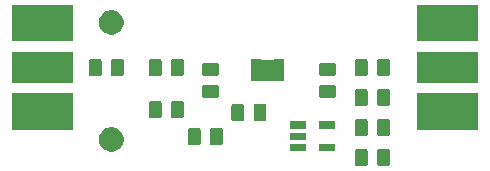
<source format=gts>
G04 #@! TF.GenerationSoftware,KiCad,Pcbnew,5.0.2-bee76a0~70~ubuntu16.04.1*
G04 #@! TF.CreationDate,2019-03-07T18:54:15-05:00*
G04 #@! TF.ProjectId,lna,6c6e612e-6b69-4636-9164-5f7063625858,rev?*
G04 #@! TF.SameCoordinates,Original*
G04 #@! TF.FileFunction,Soldermask,Top*
G04 #@! TF.FilePolarity,Negative*
%FSLAX46Y46*%
G04 Gerber Fmt 4.6, Leading zero omitted, Abs format (unit mm)*
G04 Created by KiCad (PCBNEW 5.0.2-bee76a0~70~ubuntu16.04.1) date Thu 07 Mar 2019 06:54:15 PM EST*
%MOMM*%
%LPD*%
G01*
G04 APERTURE LIST*
%ADD10C,0.100000*%
G04 APERTURE END LIST*
D10*
G36*
X102909466Y-81549565D02*
X102948137Y-81561296D01*
X102983779Y-81580348D01*
X103015017Y-81605983D01*
X103040652Y-81637221D01*
X103059704Y-81672863D01*
X103071435Y-81711534D01*
X103076000Y-81757888D01*
X103076000Y-82834112D01*
X103071435Y-82880466D01*
X103059704Y-82919137D01*
X103040652Y-82954779D01*
X103015017Y-82986017D01*
X102983779Y-83011652D01*
X102948137Y-83030704D01*
X102909466Y-83042435D01*
X102863112Y-83047000D01*
X102211888Y-83047000D01*
X102165534Y-83042435D01*
X102126863Y-83030704D01*
X102091221Y-83011652D01*
X102059983Y-82986017D01*
X102034348Y-82954779D01*
X102015296Y-82919137D01*
X102003565Y-82880466D01*
X101999000Y-82834112D01*
X101999000Y-81757888D01*
X102003565Y-81711534D01*
X102015296Y-81672863D01*
X102034348Y-81637221D01*
X102059983Y-81605983D01*
X102091221Y-81580348D01*
X102126863Y-81561296D01*
X102165534Y-81549565D01*
X102211888Y-81545000D01*
X102863112Y-81545000D01*
X102909466Y-81549565D01*
X102909466Y-81549565D01*
G37*
G36*
X101034466Y-81549565D02*
X101073137Y-81561296D01*
X101108779Y-81580348D01*
X101140017Y-81605983D01*
X101165652Y-81637221D01*
X101184704Y-81672863D01*
X101196435Y-81711534D01*
X101201000Y-81757888D01*
X101201000Y-82834112D01*
X101196435Y-82880466D01*
X101184704Y-82919137D01*
X101165652Y-82954779D01*
X101140017Y-82986017D01*
X101108779Y-83011652D01*
X101073137Y-83030704D01*
X101034466Y-83042435D01*
X100988112Y-83047000D01*
X100336888Y-83047000D01*
X100290534Y-83042435D01*
X100251863Y-83030704D01*
X100216221Y-83011652D01*
X100184983Y-82986017D01*
X100159348Y-82954779D01*
X100140296Y-82919137D01*
X100128565Y-82880466D01*
X100124000Y-82834112D01*
X100124000Y-81757888D01*
X100128565Y-81711534D01*
X100140296Y-81672863D01*
X100159348Y-81637221D01*
X100184983Y-81605983D01*
X100216221Y-81580348D01*
X100251863Y-81561296D01*
X100290534Y-81549565D01*
X100336888Y-81545000D01*
X100988112Y-81545000D01*
X101034466Y-81549565D01*
X101034466Y-81549565D01*
G37*
G36*
X79808414Y-79761879D02*
X79808416Y-79761880D01*
X79808417Y-79761880D01*
X79968004Y-79827983D01*
X79999594Y-79841068D01*
X80171651Y-79956033D01*
X80317967Y-80102349D01*
X80317969Y-80102352D01*
X80432932Y-80274406D01*
X80510480Y-80461623D01*
X80512121Y-80465586D01*
X80552490Y-80668534D01*
X80552490Y-80875466D01*
X80517320Y-81052278D01*
X80512120Y-81078417D01*
X80482744Y-81149337D01*
X80432932Y-81269594D01*
X80317967Y-81441651D01*
X80171651Y-81587967D01*
X80171648Y-81587969D01*
X79999594Y-81702932D01*
X79808417Y-81782120D01*
X79808416Y-81782120D01*
X79808414Y-81782121D01*
X79605466Y-81822490D01*
X79398534Y-81822490D01*
X79195586Y-81782121D01*
X79195584Y-81782120D01*
X79195583Y-81782120D01*
X79004406Y-81702932D01*
X78832352Y-81587969D01*
X78832349Y-81587967D01*
X78686033Y-81441651D01*
X78571068Y-81269594D01*
X78521256Y-81149337D01*
X78491880Y-81078417D01*
X78486681Y-81052278D01*
X78451510Y-80875466D01*
X78451510Y-80668534D01*
X78491879Y-80465586D01*
X78493521Y-80461623D01*
X78571068Y-80274406D01*
X78686031Y-80102352D01*
X78686033Y-80102349D01*
X78832349Y-79956033D01*
X79004406Y-79841068D01*
X79035996Y-79827983D01*
X79195583Y-79761880D01*
X79195584Y-79761880D01*
X79195586Y-79761879D01*
X79398534Y-79721510D01*
X79605466Y-79721510D01*
X79808414Y-79761879D01*
X79808414Y-79761879D01*
G37*
G36*
X98425200Y-81788200D02*
X97053200Y-81788200D01*
X97053200Y-81127400D01*
X98425200Y-81127400D01*
X98425200Y-81788200D01*
X98425200Y-81788200D01*
G37*
G36*
X95986800Y-81788200D02*
X94614800Y-81788200D01*
X94614800Y-81127400D01*
X95986800Y-81127400D01*
X95986800Y-81788200D01*
X95986800Y-81788200D01*
G37*
G36*
X86888966Y-79771565D02*
X86927637Y-79783296D01*
X86963279Y-79802348D01*
X86994517Y-79827983D01*
X87020152Y-79859221D01*
X87039204Y-79894863D01*
X87050935Y-79933534D01*
X87055500Y-79979888D01*
X87055500Y-81056112D01*
X87050935Y-81102466D01*
X87039204Y-81141137D01*
X87020152Y-81176779D01*
X86994517Y-81208017D01*
X86963279Y-81233652D01*
X86927637Y-81252704D01*
X86888966Y-81264435D01*
X86842612Y-81269000D01*
X86191388Y-81269000D01*
X86145034Y-81264435D01*
X86106363Y-81252704D01*
X86070721Y-81233652D01*
X86039483Y-81208017D01*
X86013848Y-81176779D01*
X85994796Y-81141137D01*
X85983065Y-81102466D01*
X85978500Y-81056112D01*
X85978500Y-79979888D01*
X85983065Y-79933534D01*
X85994796Y-79894863D01*
X86013848Y-79859221D01*
X86039483Y-79827983D01*
X86070721Y-79802348D01*
X86106363Y-79783296D01*
X86145034Y-79771565D01*
X86191388Y-79767000D01*
X86842612Y-79767000D01*
X86888966Y-79771565D01*
X86888966Y-79771565D01*
G37*
G36*
X88763966Y-79771565D02*
X88802637Y-79783296D01*
X88838279Y-79802348D01*
X88869517Y-79827983D01*
X88895152Y-79859221D01*
X88914204Y-79894863D01*
X88925935Y-79933534D01*
X88930500Y-79979888D01*
X88930500Y-81056112D01*
X88925935Y-81102466D01*
X88914204Y-81141137D01*
X88895152Y-81176779D01*
X88869517Y-81208017D01*
X88838279Y-81233652D01*
X88802637Y-81252704D01*
X88763966Y-81264435D01*
X88717612Y-81269000D01*
X88066388Y-81269000D01*
X88020034Y-81264435D01*
X87981363Y-81252704D01*
X87945721Y-81233652D01*
X87914483Y-81208017D01*
X87888848Y-81176779D01*
X87869796Y-81141137D01*
X87858065Y-81102466D01*
X87853500Y-81056112D01*
X87853500Y-79979888D01*
X87858065Y-79933534D01*
X87869796Y-79894863D01*
X87888848Y-79859221D01*
X87914483Y-79827983D01*
X87945721Y-79802348D01*
X87981363Y-79783296D01*
X88020034Y-79771565D01*
X88066388Y-79767000D01*
X88717612Y-79767000D01*
X88763966Y-79771565D01*
X88763966Y-79771565D01*
G37*
G36*
X95986800Y-80848400D02*
X94614800Y-80848400D01*
X94614800Y-80187600D01*
X95986800Y-80187600D01*
X95986800Y-80848400D01*
X95986800Y-80848400D01*
G37*
G36*
X101034466Y-79009565D02*
X101073137Y-79021296D01*
X101108779Y-79040348D01*
X101140017Y-79065983D01*
X101165652Y-79097221D01*
X101184704Y-79132863D01*
X101196435Y-79171534D01*
X101201000Y-79217888D01*
X101201000Y-80294112D01*
X101196435Y-80340466D01*
X101184704Y-80379137D01*
X101165652Y-80414779D01*
X101140017Y-80446017D01*
X101108779Y-80471652D01*
X101073137Y-80490704D01*
X101034466Y-80502435D01*
X100988112Y-80507000D01*
X100336888Y-80507000D01*
X100290534Y-80502435D01*
X100251863Y-80490704D01*
X100216221Y-80471652D01*
X100184983Y-80446017D01*
X100159348Y-80414779D01*
X100140296Y-80379137D01*
X100128565Y-80340466D01*
X100124000Y-80294112D01*
X100124000Y-79217888D01*
X100128565Y-79171534D01*
X100140296Y-79132863D01*
X100159348Y-79097221D01*
X100184983Y-79065983D01*
X100216221Y-79040348D01*
X100251863Y-79021296D01*
X100290534Y-79009565D01*
X100336888Y-79005000D01*
X100988112Y-79005000D01*
X101034466Y-79009565D01*
X101034466Y-79009565D01*
G37*
G36*
X102909466Y-79009565D02*
X102948137Y-79021296D01*
X102983779Y-79040348D01*
X103015017Y-79065983D01*
X103040652Y-79097221D01*
X103059704Y-79132863D01*
X103071435Y-79171534D01*
X103076000Y-79217888D01*
X103076000Y-80294112D01*
X103071435Y-80340466D01*
X103059704Y-80379137D01*
X103040652Y-80414779D01*
X103015017Y-80446017D01*
X102983779Y-80471652D01*
X102948137Y-80490704D01*
X102909466Y-80502435D01*
X102863112Y-80507000D01*
X102211888Y-80507000D01*
X102165534Y-80502435D01*
X102126863Y-80490704D01*
X102091221Y-80471652D01*
X102059983Y-80446017D01*
X102034348Y-80414779D01*
X102015296Y-80379137D01*
X102003565Y-80340466D01*
X101999000Y-80294112D01*
X101999000Y-79217888D01*
X102003565Y-79171534D01*
X102015296Y-79132863D01*
X102034348Y-79097221D01*
X102059983Y-79065983D01*
X102091221Y-79040348D01*
X102126863Y-79021296D01*
X102165534Y-79009565D01*
X102211888Y-79005000D01*
X102863112Y-79005000D01*
X102909466Y-79009565D01*
X102909466Y-79009565D01*
G37*
G36*
X76211000Y-79977000D02*
X71109000Y-79977000D01*
X71109000Y-76875000D01*
X76211000Y-76875000D01*
X76211000Y-79977000D01*
X76211000Y-79977000D01*
G37*
G36*
X110501000Y-79977000D02*
X105399000Y-79977000D01*
X105399000Y-76875000D01*
X110501000Y-76875000D01*
X110501000Y-79977000D01*
X110501000Y-79977000D01*
G37*
G36*
X98425200Y-79908600D02*
X97053200Y-79908600D01*
X97053200Y-79247800D01*
X98425200Y-79247800D01*
X98425200Y-79908600D01*
X98425200Y-79908600D01*
G37*
G36*
X95986800Y-79908600D02*
X94614800Y-79908600D01*
X94614800Y-79247800D01*
X95986800Y-79247800D01*
X95986800Y-79908600D01*
X95986800Y-79908600D01*
G37*
G36*
X92446966Y-77739565D02*
X92485637Y-77751296D01*
X92521279Y-77770348D01*
X92552517Y-77795983D01*
X92578152Y-77827221D01*
X92597204Y-77862863D01*
X92608935Y-77901534D01*
X92613500Y-77947888D01*
X92613500Y-79024112D01*
X92608935Y-79070466D01*
X92597204Y-79109137D01*
X92578152Y-79144779D01*
X92552517Y-79176017D01*
X92521279Y-79201652D01*
X92485637Y-79220704D01*
X92446966Y-79232435D01*
X92400612Y-79237000D01*
X91749388Y-79237000D01*
X91703034Y-79232435D01*
X91664363Y-79220704D01*
X91628721Y-79201652D01*
X91597483Y-79176017D01*
X91571848Y-79144779D01*
X91552796Y-79109137D01*
X91541065Y-79070466D01*
X91536500Y-79024112D01*
X91536500Y-77947888D01*
X91541065Y-77901534D01*
X91552796Y-77862863D01*
X91571848Y-77827221D01*
X91597483Y-77795983D01*
X91628721Y-77770348D01*
X91664363Y-77751296D01*
X91703034Y-77739565D01*
X91749388Y-77735000D01*
X92400612Y-77735000D01*
X92446966Y-77739565D01*
X92446966Y-77739565D01*
G37*
G36*
X90571966Y-77739565D02*
X90610637Y-77751296D01*
X90646279Y-77770348D01*
X90677517Y-77795983D01*
X90703152Y-77827221D01*
X90722204Y-77862863D01*
X90733935Y-77901534D01*
X90738500Y-77947888D01*
X90738500Y-79024112D01*
X90733935Y-79070466D01*
X90722204Y-79109137D01*
X90703152Y-79144779D01*
X90677517Y-79176017D01*
X90646279Y-79201652D01*
X90610637Y-79220704D01*
X90571966Y-79232435D01*
X90525612Y-79237000D01*
X89874388Y-79237000D01*
X89828034Y-79232435D01*
X89789363Y-79220704D01*
X89753721Y-79201652D01*
X89722483Y-79176017D01*
X89696848Y-79144779D01*
X89677796Y-79109137D01*
X89666065Y-79070466D01*
X89661500Y-79024112D01*
X89661500Y-77947888D01*
X89666065Y-77901534D01*
X89677796Y-77862863D01*
X89696848Y-77827221D01*
X89722483Y-77795983D01*
X89753721Y-77770348D01*
X89789363Y-77751296D01*
X89828034Y-77739565D01*
X89874388Y-77735000D01*
X90525612Y-77735000D01*
X90571966Y-77739565D01*
X90571966Y-77739565D01*
G37*
G36*
X85461966Y-77485565D02*
X85500637Y-77497296D01*
X85536279Y-77516348D01*
X85567517Y-77541983D01*
X85593152Y-77573221D01*
X85612204Y-77608863D01*
X85623935Y-77647534D01*
X85628500Y-77693888D01*
X85628500Y-78770112D01*
X85623935Y-78816466D01*
X85612204Y-78855137D01*
X85593152Y-78890779D01*
X85567517Y-78922017D01*
X85536279Y-78947652D01*
X85500637Y-78966704D01*
X85461966Y-78978435D01*
X85415612Y-78983000D01*
X84764388Y-78983000D01*
X84718034Y-78978435D01*
X84679363Y-78966704D01*
X84643721Y-78947652D01*
X84612483Y-78922017D01*
X84586848Y-78890779D01*
X84567796Y-78855137D01*
X84556065Y-78816466D01*
X84551500Y-78770112D01*
X84551500Y-77693888D01*
X84556065Y-77647534D01*
X84567796Y-77608863D01*
X84586848Y-77573221D01*
X84612483Y-77541983D01*
X84643721Y-77516348D01*
X84679363Y-77497296D01*
X84718034Y-77485565D01*
X84764388Y-77481000D01*
X85415612Y-77481000D01*
X85461966Y-77485565D01*
X85461966Y-77485565D01*
G37*
G36*
X83586966Y-77485565D02*
X83625637Y-77497296D01*
X83661279Y-77516348D01*
X83692517Y-77541983D01*
X83718152Y-77573221D01*
X83737204Y-77608863D01*
X83748935Y-77647534D01*
X83753500Y-77693888D01*
X83753500Y-78770112D01*
X83748935Y-78816466D01*
X83737204Y-78855137D01*
X83718152Y-78890779D01*
X83692517Y-78922017D01*
X83661279Y-78947652D01*
X83625637Y-78966704D01*
X83586966Y-78978435D01*
X83540612Y-78983000D01*
X82889388Y-78983000D01*
X82843034Y-78978435D01*
X82804363Y-78966704D01*
X82768721Y-78947652D01*
X82737483Y-78922017D01*
X82711848Y-78890779D01*
X82692796Y-78855137D01*
X82681065Y-78816466D01*
X82676500Y-78770112D01*
X82676500Y-77693888D01*
X82681065Y-77647534D01*
X82692796Y-77608863D01*
X82711848Y-77573221D01*
X82737483Y-77541983D01*
X82768721Y-77516348D01*
X82804363Y-77497296D01*
X82843034Y-77485565D01*
X82889388Y-77481000D01*
X83540612Y-77481000D01*
X83586966Y-77485565D01*
X83586966Y-77485565D01*
G37*
G36*
X102909466Y-76469565D02*
X102948137Y-76481296D01*
X102983779Y-76500348D01*
X103015017Y-76525983D01*
X103040652Y-76557221D01*
X103059704Y-76592863D01*
X103071435Y-76631534D01*
X103076000Y-76677888D01*
X103076000Y-77754112D01*
X103071435Y-77800466D01*
X103059704Y-77839137D01*
X103040652Y-77874779D01*
X103015017Y-77906017D01*
X102983779Y-77931652D01*
X102948137Y-77950704D01*
X102909466Y-77962435D01*
X102863112Y-77967000D01*
X102211888Y-77967000D01*
X102165534Y-77962435D01*
X102126863Y-77950704D01*
X102091221Y-77931652D01*
X102059983Y-77906017D01*
X102034348Y-77874779D01*
X102015296Y-77839137D01*
X102003565Y-77800466D01*
X101999000Y-77754112D01*
X101999000Y-76677888D01*
X102003565Y-76631534D01*
X102015296Y-76592863D01*
X102034348Y-76557221D01*
X102059983Y-76525983D01*
X102091221Y-76500348D01*
X102126863Y-76481296D01*
X102165534Y-76469565D01*
X102211888Y-76465000D01*
X102863112Y-76465000D01*
X102909466Y-76469565D01*
X102909466Y-76469565D01*
G37*
G36*
X101034466Y-76469565D02*
X101073137Y-76481296D01*
X101108779Y-76500348D01*
X101140017Y-76525983D01*
X101165652Y-76557221D01*
X101184704Y-76592863D01*
X101196435Y-76631534D01*
X101201000Y-76677888D01*
X101201000Y-77754112D01*
X101196435Y-77800466D01*
X101184704Y-77839137D01*
X101165652Y-77874779D01*
X101140017Y-77906017D01*
X101108779Y-77931652D01*
X101073137Y-77950704D01*
X101034466Y-77962435D01*
X100988112Y-77967000D01*
X100336888Y-77967000D01*
X100290534Y-77962435D01*
X100251863Y-77950704D01*
X100216221Y-77931652D01*
X100184983Y-77906017D01*
X100159348Y-77874779D01*
X100140296Y-77839137D01*
X100128565Y-77800466D01*
X100124000Y-77754112D01*
X100124000Y-76677888D01*
X100128565Y-76631534D01*
X100140296Y-76592863D01*
X100159348Y-76557221D01*
X100184983Y-76525983D01*
X100216221Y-76500348D01*
X100251863Y-76481296D01*
X100290534Y-76469565D01*
X100336888Y-76465000D01*
X100988112Y-76465000D01*
X101034466Y-76469565D01*
X101034466Y-76469565D01*
G37*
G36*
X88468466Y-76174065D02*
X88507137Y-76185796D01*
X88542779Y-76204848D01*
X88574017Y-76230483D01*
X88599652Y-76261721D01*
X88618704Y-76297363D01*
X88630435Y-76336034D01*
X88635000Y-76382388D01*
X88635000Y-77033612D01*
X88630435Y-77079966D01*
X88618704Y-77118637D01*
X88599652Y-77154279D01*
X88574017Y-77185517D01*
X88542779Y-77211152D01*
X88507137Y-77230204D01*
X88468466Y-77241935D01*
X88422112Y-77246500D01*
X87345888Y-77246500D01*
X87299534Y-77241935D01*
X87260863Y-77230204D01*
X87225221Y-77211152D01*
X87193983Y-77185517D01*
X87168348Y-77154279D01*
X87149296Y-77118637D01*
X87137565Y-77079966D01*
X87133000Y-77033612D01*
X87133000Y-76382388D01*
X87137565Y-76336034D01*
X87149296Y-76297363D01*
X87168348Y-76261721D01*
X87193983Y-76230483D01*
X87225221Y-76204848D01*
X87260863Y-76185796D01*
X87299534Y-76174065D01*
X87345888Y-76169500D01*
X88422112Y-76169500D01*
X88468466Y-76174065D01*
X88468466Y-76174065D01*
G37*
G36*
X98374466Y-76174065D02*
X98413137Y-76185796D01*
X98448779Y-76204848D01*
X98480017Y-76230483D01*
X98505652Y-76261721D01*
X98524704Y-76297363D01*
X98536435Y-76336034D01*
X98541000Y-76382388D01*
X98541000Y-77033612D01*
X98536435Y-77079966D01*
X98524704Y-77118637D01*
X98505652Y-77154279D01*
X98480017Y-77185517D01*
X98448779Y-77211152D01*
X98413137Y-77230204D01*
X98374466Y-77241935D01*
X98328112Y-77246500D01*
X97251888Y-77246500D01*
X97205534Y-77241935D01*
X97166863Y-77230204D01*
X97131221Y-77211152D01*
X97099983Y-77185517D01*
X97074348Y-77154279D01*
X97055296Y-77118637D01*
X97043565Y-77079966D01*
X97039000Y-77033612D01*
X97039000Y-76382388D01*
X97043565Y-76336034D01*
X97055296Y-76297363D01*
X97074348Y-76261721D01*
X97099983Y-76230483D01*
X97131221Y-76204848D01*
X97166863Y-76185796D01*
X97205534Y-76174065D01*
X97251888Y-76169500D01*
X98328112Y-76169500D01*
X98374466Y-76174065D01*
X98374466Y-76174065D01*
G37*
G36*
X76211000Y-75977000D02*
X71109000Y-75977000D01*
X71109000Y-73375000D01*
X76211000Y-73375000D01*
X76211000Y-75977000D01*
X76211000Y-75977000D01*
G37*
G36*
X110501000Y-75977000D02*
X105399000Y-75977000D01*
X105399000Y-73375000D01*
X110501000Y-73375000D01*
X110501000Y-75977000D01*
X110501000Y-75977000D01*
G37*
G36*
X92166554Y-74007934D02*
X92188165Y-74019485D01*
X92211614Y-74026598D01*
X92236000Y-74029000D01*
X93184000Y-74029000D01*
X93208386Y-74026598D01*
X93231835Y-74019485D01*
X93253446Y-74007934D01*
X93264332Y-73999000D01*
X94121000Y-73999000D01*
X94121000Y-75861000D01*
X93264332Y-75861000D01*
X93253446Y-75852066D01*
X93231835Y-75840515D01*
X93208386Y-75833402D01*
X93184000Y-75831000D01*
X92236000Y-75831000D01*
X92211614Y-75833402D01*
X92188165Y-75840515D01*
X92166554Y-75852066D01*
X92155668Y-75861000D01*
X91299000Y-75861000D01*
X91299000Y-73999000D01*
X92155668Y-73999000D01*
X92166554Y-74007934D01*
X92166554Y-74007934D01*
G37*
G36*
X85461966Y-73929565D02*
X85500637Y-73941296D01*
X85536279Y-73960348D01*
X85567517Y-73985983D01*
X85593152Y-74017221D01*
X85612204Y-74052863D01*
X85623935Y-74091534D01*
X85628500Y-74137888D01*
X85628500Y-75214112D01*
X85623935Y-75260466D01*
X85612204Y-75299137D01*
X85593152Y-75334779D01*
X85567517Y-75366017D01*
X85536279Y-75391652D01*
X85500637Y-75410704D01*
X85461966Y-75422435D01*
X85415612Y-75427000D01*
X84764388Y-75427000D01*
X84718034Y-75422435D01*
X84679363Y-75410704D01*
X84643721Y-75391652D01*
X84612483Y-75366017D01*
X84586848Y-75334779D01*
X84567796Y-75299137D01*
X84556065Y-75260466D01*
X84551500Y-75214112D01*
X84551500Y-74137888D01*
X84556065Y-74091534D01*
X84567796Y-74052863D01*
X84586848Y-74017221D01*
X84612483Y-73985983D01*
X84643721Y-73960348D01*
X84679363Y-73941296D01*
X84718034Y-73929565D01*
X84764388Y-73925000D01*
X85415612Y-73925000D01*
X85461966Y-73929565D01*
X85461966Y-73929565D01*
G37*
G36*
X102909466Y-73929565D02*
X102948137Y-73941296D01*
X102983779Y-73960348D01*
X103015017Y-73985983D01*
X103040652Y-74017221D01*
X103059704Y-74052863D01*
X103071435Y-74091534D01*
X103076000Y-74137888D01*
X103076000Y-75214112D01*
X103071435Y-75260466D01*
X103059704Y-75299137D01*
X103040652Y-75334779D01*
X103015017Y-75366017D01*
X102983779Y-75391652D01*
X102948137Y-75410704D01*
X102909466Y-75422435D01*
X102863112Y-75427000D01*
X102211888Y-75427000D01*
X102165534Y-75422435D01*
X102126863Y-75410704D01*
X102091221Y-75391652D01*
X102059983Y-75366017D01*
X102034348Y-75334779D01*
X102015296Y-75299137D01*
X102003565Y-75260466D01*
X101999000Y-75214112D01*
X101999000Y-74137888D01*
X102003565Y-74091534D01*
X102015296Y-74052863D01*
X102034348Y-74017221D01*
X102059983Y-73985983D01*
X102091221Y-73960348D01*
X102126863Y-73941296D01*
X102165534Y-73929565D01*
X102211888Y-73925000D01*
X102863112Y-73925000D01*
X102909466Y-73929565D01*
X102909466Y-73929565D01*
G37*
G36*
X101034466Y-73929565D02*
X101073137Y-73941296D01*
X101108779Y-73960348D01*
X101140017Y-73985983D01*
X101165652Y-74017221D01*
X101184704Y-74052863D01*
X101196435Y-74091534D01*
X101201000Y-74137888D01*
X101201000Y-75214112D01*
X101196435Y-75260466D01*
X101184704Y-75299137D01*
X101165652Y-75334779D01*
X101140017Y-75366017D01*
X101108779Y-75391652D01*
X101073137Y-75410704D01*
X101034466Y-75422435D01*
X100988112Y-75427000D01*
X100336888Y-75427000D01*
X100290534Y-75422435D01*
X100251863Y-75410704D01*
X100216221Y-75391652D01*
X100184983Y-75366017D01*
X100159348Y-75334779D01*
X100140296Y-75299137D01*
X100128565Y-75260466D01*
X100124000Y-75214112D01*
X100124000Y-74137888D01*
X100128565Y-74091534D01*
X100140296Y-74052863D01*
X100159348Y-74017221D01*
X100184983Y-73985983D01*
X100216221Y-73960348D01*
X100251863Y-73941296D01*
X100290534Y-73929565D01*
X100336888Y-73925000D01*
X100988112Y-73925000D01*
X101034466Y-73929565D01*
X101034466Y-73929565D01*
G37*
G36*
X83586966Y-73929565D02*
X83625637Y-73941296D01*
X83661279Y-73960348D01*
X83692517Y-73985983D01*
X83718152Y-74017221D01*
X83737204Y-74052863D01*
X83748935Y-74091534D01*
X83753500Y-74137888D01*
X83753500Y-75214112D01*
X83748935Y-75260466D01*
X83737204Y-75299137D01*
X83718152Y-75334779D01*
X83692517Y-75366017D01*
X83661279Y-75391652D01*
X83625637Y-75410704D01*
X83586966Y-75422435D01*
X83540612Y-75427000D01*
X82889388Y-75427000D01*
X82843034Y-75422435D01*
X82804363Y-75410704D01*
X82768721Y-75391652D01*
X82737483Y-75366017D01*
X82711848Y-75334779D01*
X82692796Y-75299137D01*
X82681065Y-75260466D01*
X82676500Y-75214112D01*
X82676500Y-74137888D01*
X82681065Y-74091534D01*
X82692796Y-74052863D01*
X82711848Y-74017221D01*
X82737483Y-73985983D01*
X82768721Y-73960348D01*
X82804363Y-73941296D01*
X82843034Y-73929565D01*
X82889388Y-73925000D01*
X83540612Y-73925000D01*
X83586966Y-73929565D01*
X83586966Y-73929565D01*
G37*
G36*
X78506966Y-73929565D02*
X78545637Y-73941296D01*
X78581279Y-73960348D01*
X78612517Y-73985983D01*
X78638152Y-74017221D01*
X78657204Y-74052863D01*
X78668935Y-74091534D01*
X78673500Y-74137888D01*
X78673500Y-75214112D01*
X78668935Y-75260466D01*
X78657204Y-75299137D01*
X78638152Y-75334779D01*
X78612517Y-75366017D01*
X78581279Y-75391652D01*
X78545637Y-75410704D01*
X78506966Y-75422435D01*
X78460612Y-75427000D01*
X77809388Y-75427000D01*
X77763034Y-75422435D01*
X77724363Y-75410704D01*
X77688721Y-75391652D01*
X77657483Y-75366017D01*
X77631848Y-75334779D01*
X77612796Y-75299137D01*
X77601065Y-75260466D01*
X77596500Y-75214112D01*
X77596500Y-74137888D01*
X77601065Y-74091534D01*
X77612796Y-74052863D01*
X77631848Y-74017221D01*
X77657483Y-73985983D01*
X77688721Y-73960348D01*
X77724363Y-73941296D01*
X77763034Y-73929565D01*
X77809388Y-73925000D01*
X78460612Y-73925000D01*
X78506966Y-73929565D01*
X78506966Y-73929565D01*
G37*
G36*
X80381966Y-73929565D02*
X80420637Y-73941296D01*
X80456279Y-73960348D01*
X80487517Y-73985983D01*
X80513152Y-74017221D01*
X80532204Y-74052863D01*
X80543935Y-74091534D01*
X80548500Y-74137888D01*
X80548500Y-75214112D01*
X80543935Y-75260466D01*
X80532204Y-75299137D01*
X80513152Y-75334779D01*
X80487517Y-75366017D01*
X80456279Y-75391652D01*
X80420637Y-75410704D01*
X80381966Y-75422435D01*
X80335612Y-75427000D01*
X79684388Y-75427000D01*
X79638034Y-75422435D01*
X79599363Y-75410704D01*
X79563721Y-75391652D01*
X79532483Y-75366017D01*
X79506848Y-75334779D01*
X79487796Y-75299137D01*
X79476065Y-75260466D01*
X79471500Y-75214112D01*
X79471500Y-74137888D01*
X79476065Y-74091534D01*
X79487796Y-74052863D01*
X79506848Y-74017221D01*
X79532483Y-73985983D01*
X79563721Y-73960348D01*
X79599363Y-73941296D01*
X79638034Y-73929565D01*
X79684388Y-73925000D01*
X80335612Y-73925000D01*
X80381966Y-73929565D01*
X80381966Y-73929565D01*
G37*
G36*
X88468466Y-74299065D02*
X88507137Y-74310796D01*
X88542779Y-74329848D01*
X88574017Y-74355483D01*
X88599652Y-74386721D01*
X88618704Y-74422363D01*
X88630435Y-74461034D01*
X88635000Y-74507388D01*
X88635000Y-75158612D01*
X88630435Y-75204966D01*
X88618704Y-75243637D01*
X88599652Y-75279279D01*
X88574017Y-75310517D01*
X88542779Y-75336152D01*
X88507137Y-75355204D01*
X88468466Y-75366935D01*
X88422112Y-75371500D01*
X87345888Y-75371500D01*
X87299534Y-75366935D01*
X87260863Y-75355204D01*
X87225221Y-75336152D01*
X87193983Y-75310517D01*
X87168348Y-75279279D01*
X87149296Y-75243637D01*
X87137565Y-75204966D01*
X87133000Y-75158612D01*
X87133000Y-74507388D01*
X87137565Y-74461034D01*
X87149296Y-74422363D01*
X87168348Y-74386721D01*
X87193983Y-74355483D01*
X87225221Y-74329848D01*
X87260863Y-74310796D01*
X87299534Y-74299065D01*
X87345888Y-74294500D01*
X88422112Y-74294500D01*
X88468466Y-74299065D01*
X88468466Y-74299065D01*
G37*
G36*
X98374466Y-74299065D02*
X98413137Y-74310796D01*
X98448779Y-74329848D01*
X98480017Y-74355483D01*
X98505652Y-74386721D01*
X98524704Y-74422363D01*
X98536435Y-74461034D01*
X98541000Y-74507388D01*
X98541000Y-75158612D01*
X98536435Y-75204966D01*
X98524704Y-75243637D01*
X98505652Y-75279279D01*
X98480017Y-75310517D01*
X98448779Y-75336152D01*
X98413137Y-75355204D01*
X98374466Y-75366935D01*
X98328112Y-75371500D01*
X97251888Y-75371500D01*
X97205534Y-75366935D01*
X97166863Y-75355204D01*
X97131221Y-75336152D01*
X97099983Y-75310517D01*
X97074348Y-75279279D01*
X97055296Y-75243637D01*
X97043565Y-75204966D01*
X97039000Y-75158612D01*
X97039000Y-74507388D01*
X97043565Y-74461034D01*
X97055296Y-74422363D01*
X97074348Y-74386721D01*
X97099983Y-74355483D01*
X97131221Y-74329848D01*
X97166863Y-74310796D01*
X97205534Y-74299065D01*
X97251888Y-74294500D01*
X98328112Y-74294500D01*
X98374466Y-74299065D01*
X98374466Y-74299065D01*
G37*
G36*
X110501000Y-72477000D02*
X105399000Y-72477000D01*
X105399000Y-69375000D01*
X110501000Y-69375000D01*
X110501000Y-72477000D01*
X110501000Y-72477000D01*
G37*
G36*
X76211000Y-72477000D02*
X71109000Y-72477000D01*
X71109000Y-69375000D01*
X76211000Y-69375000D01*
X76211000Y-72477000D01*
X76211000Y-72477000D01*
G37*
G36*
X79808414Y-69855879D02*
X79808416Y-69855880D01*
X79808417Y-69855880D01*
X79999594Y-69935068D01*
X80171651Y-70050033D01*
X80317967Y-70196349D01*
X80432932Y-70368406D01*
X80512121Y-70559586D01*
X80552490Y-70762534D01*
X80552490Y-70969466D01*
X80512121Y-71172414D01*
X80432932Y-71363594D01*
X80317967Y-71535651D01*
X80171651Y-71681967D01*
X80171648Y-71681969D01*
X79999594Y-71796932D01*
X79808417Y-71876120D01*
X79808416Y-71876120D01*
X79808414Y-71876121D01*
X79605466Y-71916490D01*
X79398534Y-71916490D01*
X79195586Y-71876121D01*
X79195584Y-71876120D01*
X79195583Y-71876120D01*
X79004406Y-71796932D01*
X78832352Y-71681969D01*
X78832349Y-71681967D01*
X78686033Y-71535651D01*
X78571068Y-71363594D01*
X78491879Y-71172414D01*
X78451510Y-70969466D01*
X78451510Y-70762534D01*
X78491879Y-70559586D01*
X78571068Y-70368406D01*
X78686033Y-70196349D01*
X78832349Y-70050033D01*
X79004406Y-69935068D01*
X79195583Y-69855880D01*
X79195584Y-69855880D01*
X79195586Y-69855879D01*
X79398534Y-69815510D01*
X79605466Y-69815510D01*
X79808414Y-69855879D01*
X79808414Y-69855879D01*
G37*
M02*

</source>
